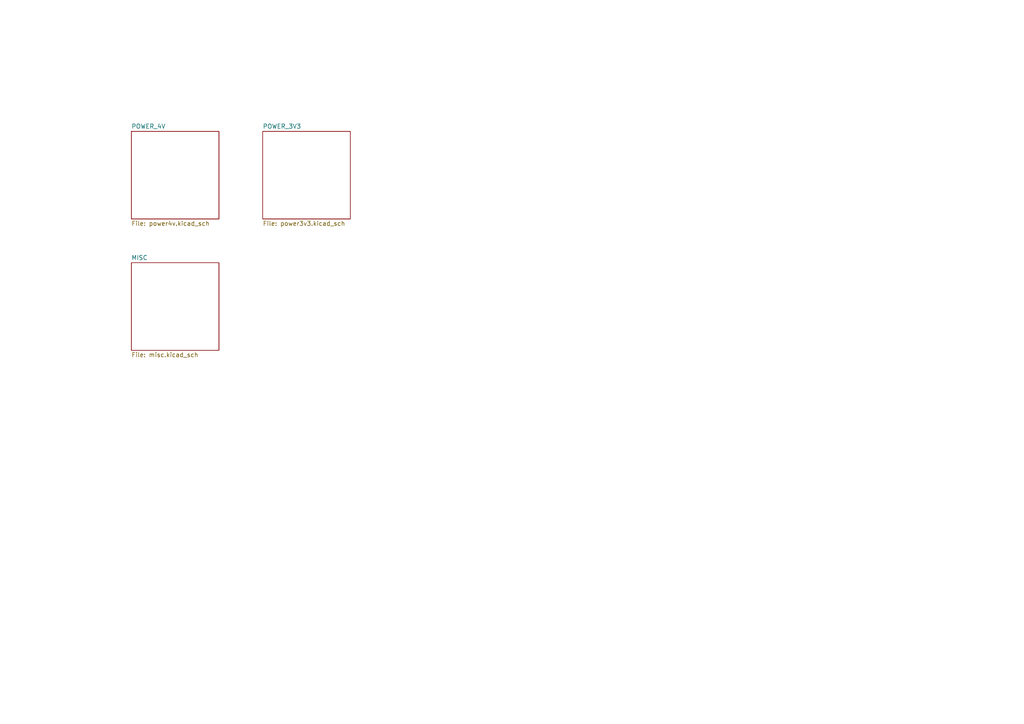
<source format=kicad_sch>
(kicad_sch (version 20211123) (generator eeschema)
  (paper "A4")
  (title_block (date "%%date%%") (rev "%%version%%") (company "BASEMENT"))
  (lib_symbols)
  (sheet (at 38.1 38.1) (size 25.4 25.4) (stroke (width 0.1524))
    (property "Sheet name" "POWER_4V" (at 38.1 37.3884 0) (effects (justify left bottom)))
    (property "Sheet file" "power4v.kicad_sch" (at 38.1 64.0846 0) (effects (justify left top)))
  )
  (sheet (at 76.2 38.1) (size 25.4 25.4) (stroke (width 0.1524))
    (property "Sheet name" "POWER_3V3" (at 76.2 37.3884 0) (effects (justify left bottom)))
    (property "Sheet file" "power3v3.kicad_sch" (at 76.2 64.0846 0) (effects (justify left top)))
  )
  (sheet (at 38.1 76.2) (size 25.4 25.4) (stroke (width 0.1524))
    (property "Sheet name" "MISC" (at 38.1 75.4884 0) (effects (justify left bottom)))
    (property "Sheet file" "misc.kicad_sch" (at 38.1 102.1846 0) (effects (justify left top)))
  )
)
</source>
